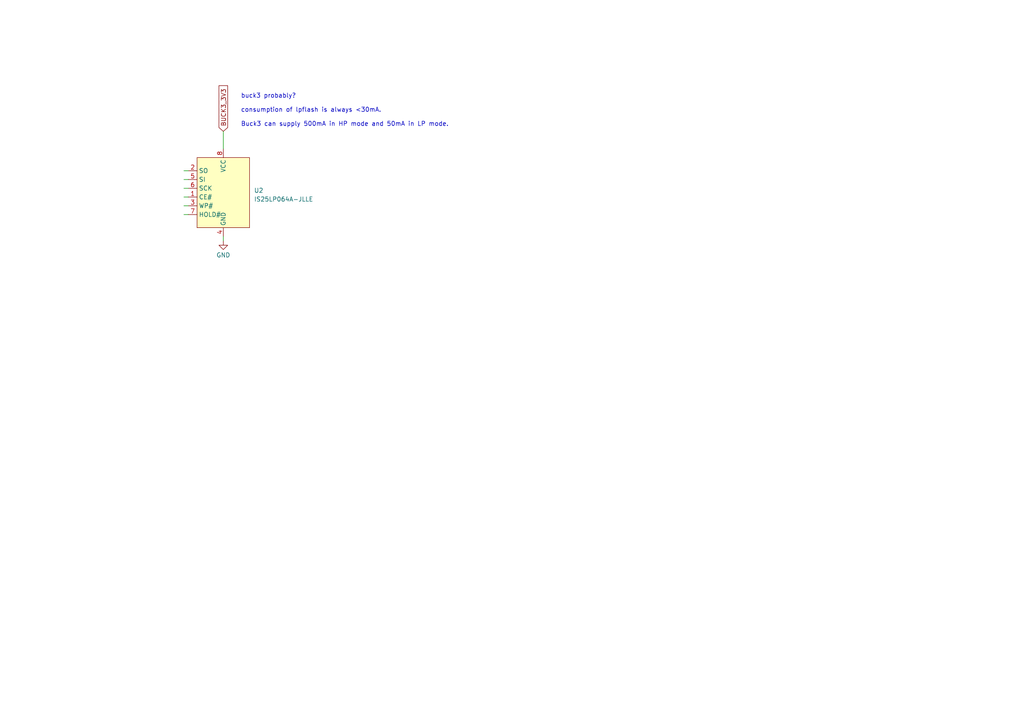
<source format=kicad_sch>
(kicad_sch (version 20230121) (generator eeschema)
  (paper "A4")
  (lib_symbols
    (symbol "ARMband:IS25LP064A-JLLE"
      (property "Reference" "U" (at 8.89 12.7 0))
      (property "Value" "IS25LP064A-JLLE" (at 10.16 10.16 0))
      (symbol "IS25LP064A-JLLE_0_0"
        (pin unspecified line (at -10.16 -2.54 0) (length 2.54) (name "CE#") (number "1"))
        (pin unspecified line (at -10.16 5.08 0) (length 2.54) (name "SO") (number "2"))
        (pin unspecified line (at -10.16 -5.08 0) (length 2.54) (name "WP#") (number "3"))
        (pin unspecified line (at 0 -13.97 90) (length 2.54) (name "GND") (number "4"))
        (pin unspecified line (at -10.16 2.54 0) (length 2.54) (name "SI") (number "5"))
        (pin unspecified line (at -10.16 0 0) (length 2.54) (name "SCK") (number "6"))
        (pin unspecified line (at -10.16 -7.62 0) (length 2.54) (name "HOLD#") (number "7"))
        (pin unspecified line (at 0 11.43 270) (length 2.54) (name "VCC") (number "8"))
      )
      (symbol "IS25LP064A-JLLE_0_1"
        (rectangle (start -7.62 8.89) (end 7.62 -11.43) (fill (type background)))
      )
    )
    (symbol "power:GND" (power) (pin_names (offset 0))
      (property "Value" "GND" (at 0 -3.81 0))
      (symbol "GND_0_1"
        (polyline (pts (xy 0 0) (xy 0 -1.27) (xy 1.27 -1.27) (xy 0 -2.54) (xy -1.27 -1.27) (xy 0 -1.27)))
      )
      (symbol "GND_1_1"
        (pin power_in line (at 0 0 270) (length 0) hide (name "GND") (number "1"))
      )
    )
  )
  (wire (pts (xy 53.34 52.07) (xy 54.61 52.07)))
  (wire (pts (xy 53.34 62.23) (xy 54.61 62.23)))
  (wire (pts (xy 53.34 59.69) (xy 54.61 59.69)))
  (wire (pts (xy 53.34 57.15) (xy 54.61 57.15)))
  (wire (pts (xy 64.77 68.58) (xy 64.77 69.85)))
  (wire (pts (xy 64.77 38.1) (xy 64.77 43.18)))
  (wire (pts (xy 53.34 49.53) (xy 54.61 49.53)))
  (wire (pts (xy 53.34 54.61) (xy 54.61 54.61)))
  (text "buck3 probably?\n\nconsumption of lpflash is always <30mA. \n\nBuck3 can supply 500mA in HP mode and 50mA in LP mode." (at 69.85 36.83 0) (effects (font (size 1.27 1.27)) (justify left bottom)))
  (global_label "BUCK3_3V3" (shape input) (at 64.77 38.1 90) (property "Intersheetrefs" "${INTERSHEET_REFS}" (effects hide)))
  (symbol (lib_id "ARMband:IS25LP064A-JLLE") (at 64.77 54.61 0) (unit 1)
    (property "Reference" "U2" (at 73.66 55.245 0) (effects (justify left)))
    (property "Value" "IS25LP064A-JLLE" (at 73.66 57.785 0) (effects (justify left)))
    (property "Footprint" "ARMband:WSON 8x6mm" (effects hide))
    (property "Datasheet" "https://www.mouser.de/datasheet/2/198/25LP032-64A-B-737452.pdf" (effects hide))
  )
  (symbol (lib_id "power:GND") (at 64.77 69.85 0) (unit 1)
    (property "Reference" "#PWR065" (effects hide))
    (property "Value" "GND" (at 64.77 73.9855 0))
    (instances (project "armband" (path "" (reference "#PWR065") (unit 1)) (path "" (reference "#PWR075") (unit 1))))
  )
)
</source>
